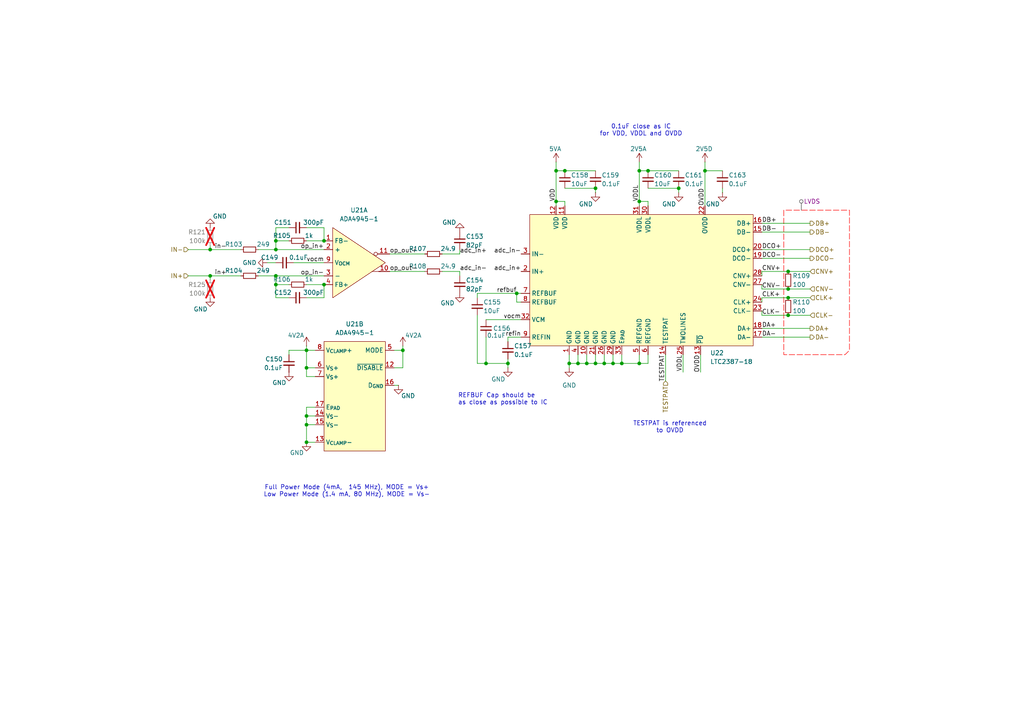
<source format=kicad_sch>
(kicad_sch (version 20250114) (generator "eeschema") (generator_version "9.0")
  (paper "A4")
  (title_block (title "4 channel ADC Module") (date "2025-04-18") (rev "0.1") (company "NOIRLab") (comment 1 "Design: Braulio Cancino Vera - braulio.cancino@noirlab.edu"))
  (lib_symbols
    (symbol "ADA4945-1_1"
      (property "Reference" "U?" (at 0.508 -9.652 0))
      (property "Value" "ADA4945-1" (at 0.254 -11.938 0))
      (symbol "ADA4945-1_1_1_1"
        (polyline (pts (xy -6.35 10.16) (xy -6.35 -10.16) (xy 8.89 0) (xy -6.35 10.16)) (fill (type background)))
        (circle (center 6.096 2.54) (radius 0.508))
        (polyline (pts (xy 7.62 -2.54) (xy 5.08 -2.54)))
        (pin output line (at -8.89 6.35 0) (length 2.54) (name "FB-") (number "1"))
        (pin input line (at -8.89 3.81 0) (length 2.54) (name "+") (number "2"))
        (pin input line (at -8.89 0 0) (length 2.54) (name "V_{OCM}") (number "9"))
        (pin input line (at -8.89 -3.81 0) (length 2.54) (name "-") (number "3"))
        (pin output line (at -8.89 -6.35 0) (length 2.54) (name "FB+") (number "4"))
        (pin output line (at 10.16 2.54 180) (length 3.4798) (name "") (number "11"))
        (pin output line (at 10.16 -2.54 180) (length 3.175) (name "") (number "10"))
      )
      (symbol "ADA4945-1_1_2_1"
        (rectangle (start -8.89 15.24) (end 8.89 -16.51) (fill (type background)))
        (pin power_in line (at -11.43 12.7 0) (length 2.54) (name "V_{CLAMP}+") (number "8"))
        (pin power_in line (at -11.43 7.62 0) (length 2.54) (name "V_{S}+") (number "6"))
        (pin power_in line (at -11.43 5.08 0) (length 2.54) (name "V_{S}+") (number "7"))
        (pin power_in line (at -11.43 -3.81 0) (length 2.54) (name "E_{PAD}") (number "17"))
        (pin power_in line (at -11.43 -6.35 0) (length 2.54) (name "V_{S}-") (number "14"))
        (pin power_in line (at -11.43 -8.89 0) (length 2.54) (name "V_{S}-") (number "15"))
        (pin power_in line (at -11.43 -13.97 0) (length 2.54) (name "V_{CLAMP}-") (number "13"))
        (pin input line (at 11.43 12.7 180) (length 2.54) (name "MODE") (number "5"))
        (pin input line (at 11.43 7.62 180) (length 2.54) (name "~{DISABLE}") (number "12"))
        (pin passive line (at 11.43 2.54 180) (length 2.54) (name "D_{GND}") (number "16"))
      )
    )
    (symbol "Device:C_Small" (pin_numbers (hide yes)) (pin_names (offset 0.254) (hide yes))
      (property "Reference" "C" (at 0.254 1.778 0))
      (property "Value" "C_Small" (at 0.254 -2.032 0))
      (symbol "C_Small_0_1"
        (polyline (pts (xy -1.524 0.508) (xy 1.524 0.508)) (stroke (width 0.3048)))
        (polyline (pts (xy -1.524 -0.508) (xy 1.524 -0.508)) (stroke (width 0.3302)))
      )
      (symbol "C_Small_1_1"
        (pin passive line (at 0 2.54 270) (length 2.032) (name "~") (number "1"))
        (pin passive line (at 0 -2.54 90) (length 2.032) (name "~") (number "2"))
      )
    )
    (symbol "Device:R_Small" (pin_numbers (hide yes)) (pin_names (offset 0.254) (hide yes))
      (property "Reference" "R" (at 0.762 0.508 0))
      (property "Value" "R_Small" (at 0.762 -1.016 0))
      (symbol "R_Small_0_1"
        (rectangle (start -0.762 1.778) (end 0.762 -1.778) (stroke (width 0.2032)))
      )
      (symbol "R_Small_1_1"
        (pin passive line (at 0 2.54 270) (length 0.762) (name "~") (number "1"))
        (pin passive line (at 0 -2.54 90) (length 0.762) (name "~") (number "2"))
      )
    )
    (symbol "lib:ADA4945-1"
      (property "Reference" "U?" (at 0.508 -9.652 0))
      (property "Value" "ADA4945-1" (at 0.254 -11.938 0))
      (symbol "ADA4945-1_1_1"
        (polyline (pts (xy -6.35 10.16) (xy -6.35 -10.16) (xy 8.89 0) (xy -6.35 10.16)) (fill (type background)))
        (circle (center 6.096 2.54) (radius 0.508))
        (polyline (pts (xy 7.62 -2.54) (xy 5.08 -2.54)))
        (pin output line (at -8.89 6.35 0) (length 2.54) (name "FB-") (number "1"))
        (pin input line (at -8.89 3.81 0) (length 2.54) (name "+") (number "2"))
        (pin input line (at -8.89 0 0) (length 2.54) (name "V_{OCM}") (number "9"))
        (pin input line (at -8.89 -3.81 0) (length 2.54) (name "-") (number "3"))
        (pin output line (at -8.89 -6.35 0) (length 2.54) (name "FB+") (number "4"))
        (pin output line (at 10.16 2.54 180) (length 3.4798) (name "") (number "11"))
        (pin output line (at 10.16 -2.54 180) (length 3.175) (name "") (number "10"))
      )
      (symbol "ADA4945-1_2_1"
        (rectangle (start -8.89 15.24) (end 8.89 -13.97) (fill (type background)))
        (pin power_in line (at -11.43 12.7 0) (length 2.54) (name "V_{CLAMP}+") (number "8"))
        (pin power_in line (at -11.43 7.62 0) (length 2.54) (name "V_{S}+") (number "6"))
        (pin power_in line (at -11.43 5.08 0) (length 2.54) (name "V_{S}+") (number "7"))
        (pin power_in line (at -11.43 -3.81 0) (length 2.54) (name "V_{S}-") (number "14"))
        (pin power_in line (at -11.43 -6.35 0) (length 2.54) (name "V_{S}-") (number "15"))
        (pin power_in line (at -11.43 -11.43 0) (length 2.54) (name "V_{CLAMP}-") (number "13"))
        (pin input line (at 11.43 12.7 180) (length 2.54) (name "MODE") (number "5"))
        (pin input line (at 11.43 7.62 180) (length 2.54) (name "~{DISABLE}") (number "12"))
        (pin passive line (at 11.43 2.54 180) (length 2.54) (name "D_{GND}") (number "16"))
      )
    )
    (symbol "lib:LTC2387-18"
      (property "Reference" "U?" (at -0.254 -32.258 0))
      (property "Value" "LTC2387-18" (at 0.508 -34.798 0))
      (symbol "LTC2387-18_1_1"
        (rectangle (start -31.75 19.05) (end 33.02 -19.05) (fill (type background)))
        (pin input line (at -34.29 7.62 0) (length 2.54) (name "IN-") (number "3"))
        (pin input line (at -34.29 2.54 0) (length 2.54) (name "IN+") (number "2"))
        (pin input line (at -34.29 -3.81 0) (length 2.54) (name "REFBUF") (number "7"))
        (pin input line (at -34.29 -6.35 0) (length 2.54) (name "REFBUF") (number "8"))
        (pin output line (at -34.29 -11.43 0) (length 2.54) (name "VCM") (number "32"))
        (pin input line (at -34.29 -16.51 0) (length 2.54) (name "REFIN") (number "9"))
        (pin power_in line (at -24.13 21.59 270) (length 2.54) (name "VDD") (number "12"))
        (pin power_in line (at -21.59 21.59 270) (length 2.54) (name "VDD") (number "11"))
        (pin passive line (at -20.32 -21.59 90) (length 2.54) (name "GND") (number "1"))
        (pin passive line (at -17.78 -21.59 90) (length 2.54) (name "GND") (number "4"))
        (pin passive line (at -15.24 -21.59 90) (length 2.54) (name "GND") (number "10"))
        (pin passive line (at -12.7 -21.59 90) (length 2.54) (name "GND") (number "21"))
        (pin passive line (at -10.16 -21.59 90) (length 2.54) (name "GND") (number "26"))
        (pin passive line (at -7.62 -21.59 90) (length 2.54) (name "GND") (number "29"))
        (pin passive line (at -5.08 -21.59 90) (length 2.54) (name "E_{PAD}") (number "33"))
        (pin power_in line (at 0 21.59 270) (length 2.54) (name "VDDL") (number "31"))
        (pin passive line (at 0 -21.59 90) (length 2.54) (name "REFGND") (number "5"))
        (pin power_in line (at 2.54 21.59 270) (length 2.54) (name "VDDL") (number "30"))
        (pin passive line (at 2.54 -21.59 90) (length 2.54) (name "REFGND") (number "6"))
        (pin input line (at 7.62 -21.59 90) (length 2.54) (name "TESTPAT") (number "14"))
        (pin input line (at 12.7 -21.59 90) (length 2.54) (name "TWOLINES") (number "25"))
        (pin input line (at 17.78 -21.59 90) (length 2.54) (name "~{PD}") (number "13"))
        (pin power_in line (at 19.05 21.59 270) (length 2.54) (name "OVDD") (number "22"))
        (pin output line (at 35.56 16.51 180) (length 2.54) (name "DB+") (number "16"))
        (pin output line (at 35.56 13.97 180) (length 2.54) (name "DB-") (number "15"))
        (pin output line (at 35.56 8.89 180) (length 2.54) (name "DCO+") (number "20"))
        (pin output line (at 35.56 6.35 180) (length 2.54) (name "DCO-") (number "19"))
        (pin output line (at 35.56 1.27 180) (length 2.54) (name "CNV+") (number "28"))
        (pin output line (at 35.56 -1.27 180) (length 2.54) (name "CNV-") (number "27"))
        (pin input line (at 35.56 -6.35 180) (length 2.54) (name "CLK+") (number "24"))
        (pin input line (at 35.56 -8.89 180) (length 2.54) (name "CLK-") (number "23"))
        (pin output line (at 35.56 -13.97 180) (length 2.54) (name "DA+") (number "18"))
        (pin output line (at 35.56 -16.51 180) (length 2.54) (name "DA-") (number "17"))
      )
    )
    (symbol "power:+12V" (power) (pin_numbers (hide yes)) (pin_names (offset 0) (hide yes))
      (property "Value" "+12V" (at 0 3.556 0))
      (symbol "+12V_0_1"
        (polyline (pts (xy -0.762 1.27) (xy 0 2.54)))
        (polyline (pts (xy 0 2.54) (xy 0.762 1.27)))
        (polyline (pts (xy 0 0) (xy 0 2.54)))
      )
      (symbol "+12V_1_1"
        (pin power_in line (at 0 0 90) (length 0) (name "~") (number "1"))
      )
    )
    (symbol "power:+4V" (power) (pin_numbers (hide yes)) (pin_names (offset 0) (hide yes))
      (property "Value" "+4V" (at 0 3.556 0))
      (symbol "+4V_0_1"
        (polyline (pts (xy -0.762 1.27) (xy 0 2.54)))
        (polyline (pts (xy 0 2.54) (xy 0.762 1.27)))
        (polyline (pts (xy 0 0) (xy 0 2.54)))
      )
      (symbol "+4V_1_1"
        (pin power_in line (at 0 0 90) (length 0) (name "~") (number "1"))
      )
    )
    (symbol "power:GND" (power) (pin_numbers (hide yes)) (pin_names (offset 0) (hide yes))
      (property "Value" "GND" (at 0 -3.81 0))
      (symbol "GND_0_1"
        (polyline (pts (xy 0 0) (xy 0 -1.27) (xy 1.27 -1.27) (xy 0 -2.54) (xy -1.27 -1.27) (xy 0 -1.27)))
      )
      (symbol "GND_1_1"
        (pin power_in line (at 0 0 270) (length 0) (name "~") (number "1"))
      )
    )
  )
  (text "Full Power Mode (4mA,  145 MHz), MODE = Vs+\nLow Power Mode (1.4 mA, 80 MHz), MODE = Vs-" (at 100.584 142.494 0) (effects (font (size 1.27 1.27))))
  (text "TESTPAT is referenced\nto OVDD" (at 194.31 123.952 0) (effects (font (size 1.27 1.27))))
  (text "0.1uF close as IC\nfor VDD, VDDL and OVDD" (at 185.928 37.846 0) (effects (font (size 1.27 1.27))))
  (text "REFBUF Cap should be\nas close as possible to IC" (at 132.842 115.824 0) (effects (font (size 1.27 1.27)) (justify left)))
  (junction (at 172.72 54.61))
  (junction (at 196.85 54.61))
  (junction (at 228.6 83.82))
  (junction (at 80.01 82.55))
  (junction (at 163.83 49.53))
  (junction (at 140.97 105.41))
  (junction (at 187.96 49.53))
  (junction (at 177.8 105.41))
  (junction (at 88.9 123.19))
  (junction (at 185.42 49.53))
  (junction (at 228.6 91.44))
  (junction (at 116.84 101.6))
  (junction (at 165.1 105.41))
  (junction (at 88.9 101.6))
  (junction (at 167.64 105.41))
  (junction (at 88.9 106.68))
  (junction (at 161.29 58.42))
  (junction (at 185.42 58.42))
  (junction (at 60.96 80.01))
  (junction (at 88.9 128.27))
  (junction (at 80.01 80.01))
  (junction (at 175.26 105.41))
  (junction (at 172.72 105.41))
  (junction (at 93.98 82.55))
  (junction (at 228.6 78.74))
  (junction (at 149.86 85.09))
  (junction (at 204.47 49.53))
  (junction (at 185.42 105.41))
  (junction (at 60.96 72.39))
  (junction (at 88.9 120.65))
  (junction (at 170.18 105.41))
  (junction (at 147.32 105.41))
  (junction (at 180.34 105.41))
  (junction (at 228.6 86.36))
  (junction (at 80.01 72.39))
  (junction (at 161.29 49.53))
  (junction (at 80.01 69.85))
  (junction (at 93.98 69.85))
  (wire (pts (xy 187.96 58.42) (xy 185.42 58.42)))
  (wire (pts (xy 175.26 102.87) (xy 175.26 105.41)))
  (wire (pts (xy 80.01 82.55) (xy 80.01 80.01)))
  (wire (pts (xy 74.93 80.01) (xy 80.01 80.01)))
  (wire (pts (xy 220.98 83.82) (xy 228.6 83.82)))
  (wire (pts (xy 220.98 78.74) (xy 220.98 80.01)))
  (wire (pts (xy 88.9 128.27) (xy 91.44 128.27)))
  (wire (pts (xy 140.97 92.71) (xy 151.13 92.71)))
  (wire (pts (xy 93.98 66.04) (xy 93.98 69.85)))
  (wire (pts (xy 185.42 46.99) (xy 185.42 49.53)))
  (wire (pts (xy 88.9 101.6) (xy 91.44 101.6)))
  (wire (pts (xy 60.96 80.01) (xy 69.85 80.01)))
  (wire (pts (xy 163.83 54.61) (xy 172.72 54.61)))
  (wire (pts (xy 140.97 97.79) (xy 140.97 105.41)))
  (wire (pts (xy 88.9 123.19) (xy 91.44 123.19)))
  (wire (pts (xy 151.13 97.79) (xy 147.32 97.79)))
  (wire (pts (xy 170.18 102.87) (xy 170.18 105.41)))
  (wire (pts (xy 161.29 49.53) (xy 161.29 58.42)))
  (wire (pts (xy 83.82 86.36) (xy 80.01 86.36)))
  (wire (pts (xy 161.29 46.99) (xy 161.29 49.53)))
  (wire (pts (xy 220.98 95.25) (xy 234.95 95.25)))
  (wire (pts (xy 185.42 49.53) (xy 185.42 58.42)))
  (wire (pts (xy 220.98 74.93) (xy 234.95 74.93)))
  (wire (pts (xy 172.72 54.61) (xy 172.72 55.88)))
  (wire (pts (xy 149.86 85.09) (xy 149.86 87.63)))
  (wire (pts (xy 114.3 101.6) (xy 116.84 101.6)))
  (wire (pts (xy 54.61 72.39) (xy 60.96 72.39)))
  (wire (pts (xy 133.35 78.74) (xy 133.35 80.01)))
  (wire (pts (xy 54.61 80.01) (xy 60.96 80.01)))
  (wire (pts (xy 220.98 97.79) (xy 234.95 97.79)))
  (wire (pts (xy 193.04 102.87) (xy 193.04 110.49)))
  (wire (pts (xy 83.82 101.6) (xy 83.82 102.87)))
  (wire (pts (xy 165.1 105.41) (xy 167.64 105.41)))
  (wire (pts (xy 93.98 86.36) (xy 93.98 82.55)))
  (wire (pts (xy 228.6 86.36) (xy 234.95 86.36)))
  (wire (pts (xy 167.64 105.41) (xy 170.18 105.41)))
  (wire (pts (xy 228.6 83.82) (xy 234.95 83.82)))
  (wire (pts (xy 133.35 72.39) (xy 133.35 73.66)))
  (wire (pts (xy 204.47 49.53) (xy 204.47 59.69)))
  (wire (pts (xy 91.44 118.11) (xy 88.9 118.11)))
  (wire (pts (xy 175.26 105.41) (xy 177.8 105.41)))
  (wire (pts (xy 116.84 100.33) (xy 116.84 101.6)))
  (wire (pts (xy 163.83 59.69) (xy 163.83 58.42)))
  (wire (pts (xy 60.96 80.01) (xy 60.96 81.28)))
  (wire (pts (xy 180.34 102.87) (xy 180.34 105.41)))
  (wire (pts (xy 198.12 102.87) (xy 198.12 107.95)))
  (wire (pts (xy 228.6 91.44) (xy 220.98 91.44)))
  (wire (pts (xy 165.1 105.41) (xy 165.1 102.87)))
  (wire (pts (xy 163.83 49.53) (xy 172.72 49.53)))
  (wire (pts (xy 185.42 49.53) (xy 187.96 49.53)))
  (wire (pts (xy 147.32 97.79) (xy 147.32 99.06)))
  (wire (pts (xy 85.09 76.2) (xy 93.98 76.2)))
  (wire (pts (xy 88.9 109.22) (xy 88.9 106.68)))
  (wire (pts (xy 187.96 49.53) (xy 196.85 49.53)))
  (wire (pts (xy 204.47 46.99) (xy 204.47 49.53)))
  (wire (pts (xy 88.9 101.6) (xy 88.9 106.68)))
  (wire (pts (xy 80.01 69.85) (xy 80.01 72.39)))
  (wire (pts (xy 88.9 69.85) (xy 93.98 69.85)))
  (wire (pts (xy 91.44 109.22) (xy 88.9 109.22)))
  (wire (pts (xy 77.47 76.2) (xy 80.01 76.2)))
  (wire (pts (xy 180.34 105.41) (xy 185.42 105.41)))
  (wire (pts (xy 83.82 82.55) (xy 80.01 82.55)))
  (wire (pts (xy 187.96 59.69) (xy 187.96 58.42)))
  (wire (pts (xy 138.43 85.09) (xy 149.86 85.09)))
  (wire (pts (xy 203.2 102.87) (xy 203.2 107.95)))
  (wire (pts (xy 60.96 72.39) (xy 69.85 72.39)))
  (wire (pts (xy 172.72 102.87) (xy 172.72 105.41)))
  (wire (pts (xy 185.42 105.41) (xy 187.96 105.41)))
  (wire (pts (xy 220.98 86.36) (xy 228.6 86.36)))
  (wire (pts (xy 161.29 49.53) (xy 163.83 49.53)))
  (wire (pts (xy 114.3 111.76) (xy 115.57 111.76)))
  (wire (pts (xy 83.82 66.04) (xy 80.01 66.04)))
  (wire (pts (xy 185.42 102.87) (xy 185.42 105.41)))
  (wire (pts (xy 167.64 102.87) (xy 167.64 105.41)))
  (wire (pts (xy 74.93 72.39) (xy 80.01 72.39)))
  (wire (pts (xy 185.42 58.42) (xy 185.42 59.69)))
  (wire (pts (xy 138.43 85.09) (xy 138.43 86.36)))
  (wire (pts (xy 220.98 86.36) (xy 220.98 87.63)))
  (wire (pts (xy 187.96 54.61) (xy 196.85 54.61)))
  (wire (pts (xy 80.01 86.36) (xy 80.01 82.55)))
  (wire (pts (xy 170.18 105.41) (xy 172.72 105.41)))
  (wire (pts (xy 220.98 78.74) (xy 228.6 78.74)))
  (wire (pts (xy 113.03 73.66) (xy 123.19 73.66)))
  (wire (pts (xy 114.3 106.68) (xy 116.84 106.68)))
  (wire (pts (xy 80.01 66.04) (xy 80.01 69.85)))
  (wire (pts (xy 88.9 101.6) (xy 88.9 100.33)))
  (wire (pts (xy 220.98 82.55) (xy 220.98 83.82)))
  (wire (pts (xy 147.32 106.68) (xy 147.32 105.41)))
  (wire (pts (xy 140.97 105.41) (xy 147.32 105.41)))
  (wire (pts (xy 177.8 102.87) (xy 177.8 105.41)))
  (wire (pts (xy 138.43 91.44) (xy 138.43 105.41)))
  (wire (pts (xy 133.35 73.66) (xy 128.27 73.66)))
  (wire (pts (xy 220.98 67.31) (xy 234.95 67.31)))
  (wire (pts (xy 116.84 106.68) (xy 116.84 101.6)))
  (wire (pts (xy 60.96 71.12) (xy 60.96 72.39)))
  (wire (pts (xy 165.1 106.68) (xy 165.1 105.41)))
  (wire (pts (xy 128.27 78.74) (xy 133.35 78.74)))
  (wire (pts (xy 138.43 105.41) (xy 140.97 105.41)))
  (wire (pts (xy 228.6 78.74) (xy 234.95 78.74)))
  (wire (pts (xy 196.85 54.61) (xy 196.85 55.88)))
  (wire (pts (xy 88.9 106.68) (xy 91.44 106.68)))
  (wire (pts (xy 204.47 49.53) (xy 209.55 49.53)))
  (wire (pts (xy 88.9 86.36) (xy 93.98 86.36)))
  (wire (pts (xy 88.9 118.11) (xy 88.9 120.65)))
  (wire (pts (xy 80.01 72.39) (xy 93.98 72.39)))
  (wire (pts (xy 147.32 104.14) (xy 147.32 105.41)))
  (wire (pts (xy 220.98 91.44) (xy 220.98 90.17)))
  (wire (pts (xy 88.9 120.65) (xy 88.9 123.19)))
  (wire (pts (xy 88.9 82.55) (xy 93.98 82.55)))
  (wire (pts (xy 187.96 102.87) (xy 187.96 105.41)))
  (wire (pts (xy 83.82 69.85) (xy 80.01 69.85)))
  (wire (pts (xy 88.9 120.65) (xy 91.44 120.65)))
  (wire (pts (xy 88.9 123.19) (xy 88.9 128.27)))
  (wire (pts (xy 172.72 105.41) (xy 175.26 105.41)))
  (wire (pts (xy 83.82 101.6) (xy 88.9 101.6)))
  (wire (pts (xy 163.83 58.42) (xy 161.29 58.42)))
  (wire (pts (xy 113.03 78.74) (xy 123.19 78.74)))
  (wire (pts (xy 151.13 87.63) (xy 149.86 87.63)))
  (wire (pts (xy 88.9 66.04) (xy 93.98 66.04)))
  (wire (pts (xy 220.98 64.77) (xy 234.95 64.77)))
  (wire (pts (xy 220.98 72.39) (xy 234.95 72.39)))
  (wire (pts (xy 149.86 85.09) (xy 151.13 85.09)))
  (wire (pts (xy 177.8 105.41) (xy 180.34 105.41)))
  (wire (pts (xy 80.01 80.01) (xy 93.98 80.01)))
  (wire (pts (xy 228.6 91.44) (xy 234.95 91.44)))
  (wire (pts (xy 209.55 55.88) (xy 209.55 54.61)))
  (wire (pts (xy 161.29 58.42) (xy 161.29 59.69)))
  (label "vocm" (at 151.13 92.71 180))
  (label "DA+" (at 220.98 95.25 0))
  (label "adc_in+" (at 133.35 73.66 0))
  (label "DB-" (at 220.98 67.31 0))
  (label "op_out-" (at 113.03 78.74 0))
  (label "adc_in-" (at 133.35 78.74 0))
  (label "in-" (at 62.23 72.39 0))
  (label "TESTPAT" (at 193.04 102.87 270))
  (label "op_in+" (at 93.98 72.39 180))
  (label "CNV+" (at 220.98 78.74 0))
  (label "op_in-" (at 93.98 80.01 180))
  (label "OVDD" (at 204.47 59.69 90))
  (label "CNV-" (at 220.98 83.82 0))
  (label "CLK-" (at 220.98 91.44 0))
  (label "op_out+" (at 113.03 73.66 0))
  (label "refbuf" (at 149.86 85.09 180))
  (label "OVDD" (at 203.2 102.87 270))
  (label "DA-" (at 220.98 97.79 0))
  (label "VDDL" (at 185.42 58.42 90))
  (label "DCO+" (at 220.98 72.39 0))
  (label "DB+" (at 220.98 64.77 0))
  (label "CLK+" (at 220.98 86.36 0))
  (label "adc_in-" (at 151.13 73.66 180))
  (label "in+" (at 62.23 80.01 0))
  (label "DCO-" (at 220.98 74.93 0))
  (label "VDDL" (at 198.12 102.87 270))
  (label "adc_in+" (at 151.13 78.74 180))
  (label "refin" (at 151.13 97.79 180))
  (label "VDD" (at 161.29 58.42 90))
  (label "vocm" (at 93.98 76.2 180))
  (hierarchical_label "IN+" (shape input) (at 54.61 80.01 180))
  (hierarchical_label "DCO+" (shape output) (at 234.95 72.39 0))
  (hierarchical_label "DA+" (shape output) (at 234.95 95.25 0))
  (hierarchical_label "TESTPAT" (shape input) (at 193.04 110.49 270))
  (hierarchical_label "CLK+" (shape input) (at 234.95 86.36 0))
  (hierarchical_label "IN-" (shape input) (at 54.61 72.39 180))
  (hierarchical_label "DCO-" (shape output) (at 234.95 74.93 0))
  (hierarchical_label "DA-" (shape output) (at 234.95 97.79 0))
  (hierarchical_label "CNV-" (shape input) (at 234.95 83.82 0))
  (hierarchical_label "DB+" (shape output) (at 234.95 64.77 0))
  (hierarchical_label "DB-" (shape output) (at 234.95 67.31 0))
  (hierarchical_label "CLK-" (shape input) (at 234.95 91.44 0))
  (hierarchical_label "CNV+" (shape input) (at 234.95 78.74 0))
  (rule_area (polyline (pts (xy 227.33 60.96) (xy 227.33 102.87) (xy 245.11 102.87) (xy 246.38 101.6) (xy 246.38 60.96)) (stroke (width 0) (type dash))))
  (netclass_flag "" (length 2.54) (shape round) (at 232.41 60.96 0) (property "Netclass" "LVDS" (at 233.1085 58.42 0) (effects (justify left))))
  (symbol (lib_id "Device:R_Small") (at 72.39 72.39 90) (unit 1)
    (property "Reference" "R1" (at 70.358 70.866 90) (effects (justify left)))
    (property "Value" "249" (at 74.422 70.866 90) (effects (justify right)))
    (property "Footprint" "Resistor_SMD:R_0603_1608Metric" (effects (hide yes)))
    (property "Description" "249 Ohms ±0.1% 0.2W, 1/5W Chip Resistor 0603 (1608 Metric) Automotive AEC-Q200 Thick Film" (effects (hide yes)))
    (property "M" "PANASONIC" (effects (hide yes)))
    (property "MPN" "ERJ-PB3B2490V" (effects (hide yes)))
    (instances (project "adc_board_prot" (path "" (reference "R103") (unit 1)) (path "" (reference "R95") (unit 1)) (path "" (reference "R87") (unit 1)) (path "" (reference "R1") (unit 1))))
  )
  (symbol (lib_id "Device:C_Small") (at 196.85 52.07 0) (unit 1)
    (property "Reference" "C13" (at 198.628 50.8 0) (effects (justify left)))
    (property "Value" "0.1uF" (at 198.628 53.34 0) (effects (justify left)))
    (property "Footprint" "Capacitor_SMD:C_0402_1005Metric" (effects (hide yes)))
    (property "Description" "0.1 µF ±10% 50V Ceramic Capacitor X7R 0402 (1005 Metric)" (effects (hide yes)))
    (property "M" "MURATA" (effects (hide yes)))
    (property "MPN" "GCM155R71H104KE02J" (effects (hide yes)))
    (instances (project "adc_board_prot" (path "" (reference "C161") (unit 1)) (path "" (reference "C146") (unit 1)) (path "" (reference "C131") (unit 1)) (path "" (reference "C13") (unit 1))))
  )
  (symbol (lib_id "Device:C_Small") (at 86.36 66.04 90) (unit 1)
    (property "Reference" "C3" (at 84.582 64.516 90) (effects (justify left)))
    (property "Value" "300pF" (at 87.884 64.516 90) (effects (justify right)))
    (property "Footprint" "Capacitor_SMD:C_0603_1608Metric" (effects (hide yes)))
    (property "Description" "300 pF ±1% 100V Ceramic Capacitor C0G, NP0 0603 (1608 Metric)" (effects (hide yes)))
    (property "M" "MURATA" (effects (hide yes)))
    (property "MPN" "GCM1885C2A301FA16J" (effects (hide yes)))
    (instances (project "adc_board_prot" (path "" (reference "C151") (unit 1)) (path "" (reference "C136") (unit 1)) (path "" (reference "C121") (unit 1)) (path "" (reference "C3") (unit 1))))
  )
  (symbol (lib_id "Device:R_Small") (at 228.6 81.28 0) (unit 1)
    (property "Reference" "R7" (at 229.87 80.01 0) (effects (justify left)))
    (property "Value" "100" (at 229.87 82.55 0) (effects (justify left)))
    (property "Footprint" "Resistor_SMD:R_0402_1005Metric" (effects (hide yes)))
    (property "Description" "100 Ohms ±1% 0.2W, 1/5W Chip Resistor 0402 (1005 Metric) Automotive AEC-Q200, Pulse Withstanding Thick Film" (effects (hide yes)))
    (property "M" "VISHAY" (effects (hide yes)))
    (property "MPN" "CRCW0402100RFKEDHP" (effects (hide yes)))
    (instances (project "adc_board_prot" (path "" (reference "R109") (unit 1)) (path "" (reference "R101") (unit 1)) (path "" (reference "R93") (unit 1)) (path "" (reference "R7") (unit 1))))
  )
  (symbol (lib_id "power:GND") (at 133.35 85.09 0) (mirror y) (unit 1)
    (property "Reference" "#PWR08" (effects (hide yes)))
    (property "Value" "GND" (at 129.794 87.884 0))
    (property "Description" "Power symbol creates a global label with name \"GND\" , ground" (effects (hide yes)))
    (instances (project "adc_board_prot" (path "" (reference "#PWR0223") (unit 1)) (path "" (reference "#PWR0207") (unit 1)) (path "" (reference "#PWR0191") (unit 1)) (path "" (reference "#PWR08") (unit 1))))
  )
  (symbol (lib_id "power:GND") (at 60.96 66.04 180) (unit 1)
    (property "Reference" "#PWR0245" (effects (hide yes)))
    (property "Value" "GND" (at 63.754 62.738 0))
    (property "Description" "Power symbol creates a global label with name \"GND\" , ground" (effects (hide yes)))
    (instances (project "adc_board_prot" (path "" (reference "#PWR0248") (unit 1)) (path "" (reference "#PWR0247") (unit 1)) (path "" (reference "#PWR0246") (unit 1)) (path "" (reference "#PWR0245") (unit 1))))
  )
  (symbol (lib_id "power:+4V") (at 88.9 100.33 0) (mirror y) (unit 1)
    (property "Reference" "#PWR03" (effects (hide yes)))
    (property "Value" "4V2A" (at 85.852 97.282 0))
    (property "Description" "Power symbol creates a global label with name \"+4V\"" (effects (hide yes)))
    (instances (project "adc_board_prot" (path "" (reference "#PWR0218") (unit 1)) (path "" (reference "#PWR0202") (unit 1)) (path "" (reference "#PWR0186") (unit 1)) (path "" (reference "#PWR03") (unit 1))))
  )
  (symbol (lib_id "power:+12V") (at 204.47 46.99 0) (unit 1)
    (property "Reference" "#PWR015" (effects (hide yes)))
    (property "Value" "2V5D" (at 204.216 43.18 0))
    (property "Description" "Power symbol creates a global label with name \"+12V\"" (effects (hide yes)))
    (instances (project "adc_board_prot" (path "" (reference "#PWR0230") (unit 1)) (path "" (reference "#PWR0214") (unit 1)) (path "" (reference "#PWR0198") (unit 1)) (path "" (reference "#PWR015") (unit 1))))
  )
  (symbol (lib_id "power:+4V") (at 116.84 100.33 0) (unit 1)
    (property "Reference" "#PWR06" (effects (hide yes)))
    (property "Value" "4V2A" (at 119.888 97.282 0))
    (property "Description" "Power symbol creates a global label with name \"+4V\"" (effects (hide yes)))
    (instances (project "adc_board_prot" (path "" (reference "#PWR0221") (unit 1)) (path "" (reference "#PWR0205") (unit 1)) (path "" (reference "#PWR0189") (unit 1)) (path "" (reference "#PWR06") (unit 1))))
  )
  (symbol (lib_id "Device:R_Small") (at 86.36 82.55 90) (unit 1)
    (property "Reference" "R4" (at 84.328 81.026 90) (effects (justify left)))
    (property "Value" "1k" (at 88.392 81.026 90) (effects (justify right)))
    (property "Footprint" "Resistor_SMD:R_0603_1608Metric" (effects (hide yes)))
    (property "Description" "1 kOhms ±0.1% 0.1W, 1/10W Chip Resistor 0603 (1608 Metric) Automotive AEC-Q200 Thin Film" (effects (hide yes)))
    (property "M" "PANASONIC" (effects (hide yes)))
    (property "MPN" "ERA-3AEB102V" (effects (hide yes)))
    (instances (project "adc_board_prot" (path "" (reference "R106") (unit 1)) (path "" (reference "R98") (unit 1)) (path "" (reference "R90") (unit 1)) (path "" (reference "R4") (unit 1))))
  )
  (symbol (lib_id "Device:R_Small") (at 125.73 78.74 90) (unit 1)
    (property "Reference" "R6" (at 123.698 77.216 90) (effects (justify left)))
    (property "Value" "24.9" (at 127.762 77.216 90) (effects (justify right)))
    (property "Footprint" "Resistor_SMD:R_0603_1608Metric" (effects (hide yes)))
    (property "Description" "24.9 Ohms ±1% 0.1W, 1/10W Chip Resistor 0603 (1608 Metric) Automotive AEC-Q200 Thick Film" (effects (hide yes)))
    (property "M" "VISHAY" (effects (hide yes)))
    (property "MPN" "CRCW060324R9FKEA" (effects (hide yes)))
    (instances (project "adc_board_prot" (path "" (reference "R108") (unit 1)) (path "" (reference "R100") (unit 1)) (path "" (reference "R92") (unit 1)) (path "" (reference "R6") (unit 1))))
  )
  (symbol (lib_id "power:GND") (at 133.35 67.31 0) (mirror x) (unit 1)
    (property "Reference" "#PWR07" (effects (hide yes)))
    (property "Value" "GND" (at 130.302 64.516 0))
    (property "Description" "Power symbol creates a global label with name \"GND\" , ground" (effects (hide yes)))
    (instances (project "adc_board_prot" (path "" (reference "#PWR0222") (unit 1)) (path "" (reference "#PWR0206") (unit 1)) (path "" (reference "#PWR0190") (unit 1)) (path "" (reference "#PWR07") (unit 1))))
  )
  (symbol (lib_id "power:GND") (at 83.82 107.95 0) (unit 1)
    (property "Reference" "#PWR02" (effects (hide yes)))
    (property "Value" "GND" (at 81.026 110.998 0))
    (property "Description" "Power symbol creates a global label with name \"GND\" , ground" (effects (hide yes)))
    (instances (project "adc_board_prot" (path "" (reference "#PWR0217") (unit 1)) (path "" (reference "#PWR0201") (unit 1)) (path "" (reference "#PWR0185") (unit 1)) (path "" (reference "#PWR02") (unit 1))))
  )
  (symbol (lib_id "Device:C_Small") (at 140.97 95.25 0) (unit 1)
    (property "Reference" "C8" (at 143.002 95.25 0) (effects (justify left)))
    (property "Value" "0.1uF" (at 141.224 97.282 0) (effects (justify left)))
    (property "Footprint" "Capacitor_SMD:C_0402_1005Metric" (effects (hide yes)))
    (property "Description" "0.1 µF ±10% 50V Ceramic Capacitor X7R 0402 (1005 Metric)" (effects (hide yes)))
    (property "M" "MURATA" (effects (hide yes)))
    (property "MPN" "GCM155R71H104KE02J" (effects (hide yes)))
    (instances (project "adc_board_prot" (path "" (reference "C156") (unit 1)) (path "" (reference "C141") (unit 1)) (path "" (reference "C126") (unit 1)) (path "" (reference "C8") (unit 1))))
  )
  (symbol (lib_id "Device:C_Small") (at 86.36 86.36 90) (unit 1)
    (property "Reference" "C4" (at 84.582 84.836 90) (effects (justify left)))
    (property "Value" "300pF" (at 87.884 84.836 90) (effects (justify right)))
    (property "Footprint" "Capacitor_SMD:C_0603_1608Metric" (effects (hide yes)))
    (property "Description" "300 pF ±1% 100V Ceramic Capacitor C0G, NP0 0603 (1608 Metric)" (effects (hide yes)))
    (property "M" "MURATA" (effects (hide yes)))
    (property "MPN" "GCM1885C2A301FA16J" (effects (hide yes)))
    (instances (project "adc_board_prot" (path "" (reference "C152") (unit 1)) (path "" (reference "C137") (unit 1)) (path "" (reference "C122") (unit 1)) (path "" (reference "C4") (unit 1))))
  )
  (symbol (lib_id "Device:R_Small") (at 228.6 88.9 0) (unit 1)
    (property "Reference" "R8" (at 229.87 87.63 0) (effects (justify left)))
    (property "Value" "100" (at 229.87 90.17 0) (effects (justify left)))
    (property "Footprint" "Resistor_SMD:R_0402_1005Metric" (effects (hide yes)))
    (property "Description" "100 Ohms ±1% 0.2W, 1/5W Chip Resistor 0402 (1005 Metric) Automotive AEC-Q200, Pulse Withstanding Thick Film" (effects (hide yes)))
    (property "M" "VISHAY" (effects (hide yes)))
    (property "MPN" "CRCW0402100RFKEDHP" (effects (hide yes)))
    (instances (project "adc_board_prot" (path "" (reference "R110") (unit 1)) (path "" (reference "R102") (unit 1)) (path "" (reference "R94") (unit 1)) (path "" (reference "R8") (unit 1))))
  )
  (symbol (lib_id "lib:LTC2387-18") (at 185.42 81.28 0) (unit 1)
    (property "Reference" "U2" (at 205.994 102.362 0) (effects (justify left)))
    (property "Value" "LTC2387-18" (at 205.994 104.902 0) (effects (justify left)))
    (property "Footprint" "lib:LTC2387-18" (effects (hide yes)))
    (property "Description" "18 Bit Analog to Digital Converter 1 Input 1 SAR 32-QFN (5x5)" (effects (hide yes)))
    (property "M" "ANALOG" (effects (hide yes)))
    (property "MPN" "LTC2387IUH-18#TRPBF" (effects (hide yes)))
    (instances (project "adc_board_prot" (path "" (reference "U22") (unit 1)) (path "" (reference "U20") (unit 1)) (path "" (reference "U18") (unit 1)) (path "" (reference "U2") (unit 1))))
  )
  (symbol (lib_id "power:GND") (at 115.57 111.76 0) (mirror y) (unit 1)
    (property "Reference" "#PWR05" (effects (hide yes)))
    (property "Value" "GND" (at 118.364 114.808 0))
    (property "Description" "Power symbol creates a global label with name \"GND\" , ground" (effects (hide yes)))
    (instances (project "adc_board_prot" (path "" (reference "#PWR0220") (unit 1)) (path "" (reference "#PWR0204") (unit 1)) (path "" (reference "#PWR0188") (unit 1)) (path "" (reference "#PWR05") (unit 1))))
  )
  (symbol (lib_id "Device:C_Small") (at 187.96 52.07 0) (unit 1)
    (property "Reference" "C12" (at 189.738 50.8 0) (effects (justify left)))
    (property "Value" "10uF" (at 189.738 53.34 0) (effects (justify left)))
    (property "Footprint" "Capacitor_SMD:C_1206_3216Metric" (effects (hide yes)))
    (property "Description" "10 µF ±10% 35V Ceramic Capacitor X7R 1206 (3216 Metric)" (effects (hide yes)))
    (property "M" "TAIYO" (effects (hide yes)))
    (property "MPN" "GMK316AB7106KL-TR" (effects (hide yes)))
    (instances (project "adc_board_prot" (path "" (reference "C160") (unit 1)) (path "" (reference "C145") (unit 1)) (path "" (reference "C130") (unit 1)) (path "" (reference "C12") (unit 1))))
  )
  (symbol (lib_id "Device:R_Small") (at 60.96 68.58 0) (mirror y) (unit 1) (in_bom no) (dnp yes)
    (property "Reference" "R118" (at 59.69 67.31 0) (effects (justify left)))
    (property "Value" "100k" (at 59.69 69.85 0) (effects (justify left)))
    (property "Footprint" "Resistor_SMD:R_0603_1608Metric" (effects (hide yes)))
    (property "Description" "100 kOhms ±1% 0.1W, 1/10W Chip Resistor 0603 (1608 Metric) Automotive AEC-Q200 Thick Film" (effects (hide yes)))
    (property "M" "VISHAY" (effects (hide yes)))
    (property "MPN" "CRCW0603100KFKEA" (effects (hide yes)))
    (instances (project "adc_board_prot" (path "" (reference "R121") (unit 1)) (path "" (reference "R120") (unit 1)) (path "" (reference "R119") (unit 1)) (path "" (reference "R118") (unit 1))))
  )
  (symbol (lib_id "Device:C_Small") (at 83.82 105.41 0) (mirror y) (unit 1)
    (property "Reference" "C2" (at 82.042 104.14 0) (effects (justify left)))
    (property "Value" "0.1uF" (at 82.042 106.68 0) (effects (justify left)))
    (property "Footprint" "Capacitor_SMD:C_0402_1005Metric" (effects (hide yes)))
    (property "Description" "0.1 µF ±10% 50V Ceramic Capacitor X7R 0402 (1005 Metric)" (effects (hide yes)))
    (property "M" "MURATA" (effects (hide yes)))
    (property "MPN" "GCM155R71H104KE02J" (effects (hide yes)))
    (instances (project "adc_board_prot" (path "" (reference "C150") (unit 1)) (path "" (reference "C135") (unit 1)) (path "" (reference "C120") (unit 1)) (path "" (reference "C2") (unit 1))))
  )
  (symbol (lib_id "Device:C_Small") (at 147.32 101.6 0) (unit 1)
    (property "Reference" "C9" (at 149.098 100.33 0) (effects (justify left)))
    (property "Value" "0.1uF" (at 149.098 102.87 0) (effects (justify left)))
    (property "Footprint" "Capacitor_SMD:C_0402_1005Metric" (effects (hide yes)))
    (property "Description" "0.1 µF ±10% 50V Ceramic Capacitor X7R 0402 (1005 Metric)" (effects (hide yes)))
    (property "M" "MURATA" (effects (hide yes)))
    (property "MPN" "GCM155R71H104KE02J" (effects (hide yes)))
    (instances (project "adc_board_prot" (path "" (reference "C157") (unit 1)) (path "" (reference "C142") (unit 1)) (path "" (reference "C127") (unit 1)) (path "" (reference "C9") (unit 1))))
  )
  (symbol (lib_id "Device:C_Small") (at 138.43 88.9 0) (unit 1)
    (property "Reference" "C7" (at 140.208 87.63 0) (effects (justify left)))
    (property "Value" "10uF" (at 140.208 90.17 0) (effects (justify left)))
    (property "Footprint" "Capacitor_SMD:C_0805_2012Metric" (effects (hide yes)))
    (property "Description" "10 µF ±10% 16V Ceramic Capacitor X7R 0805 (2012 Metric)" (effects (hide yes)))
    (property "M" "MURATA" (effects (hide yes)))
    (property "MPN" "GRM21BZ71C106KE15L" (effects (hide yes)))
    (instances (project "adc_board_prot" (path "" (reference "C155") (unit 1)) (path "" (reference "C140") (unit 1)) (path "" (reference "C125") (unit 1)) (path "" (reference "C7") (unit 1))))
  )
  (symbol (lib_id "power:GND") (at 147.32 106.68 0) (unit 1)
    (property "Reference" "#PWR09" (effects (hide yes)))
    (property "Value" "GND" (at 144.526 109.982 0))
    (property "Description" "Power symbol creates a global label with name \"GND\" , ground" (effects (hide yes)))
    (instances (project "adc_board_prot" (path "" (reference "#PWR0224") (unit 1)) (path "" (reference "#PWR0208") (unit 1)) (path "" (reference "#PWR0192") (unit 1)) (path "" (reference "#PWR09") (unit 1))))
  )
  (symbol (lib_name "ADA4945-1_1") (lib_id "lib:ADA4945-1") (at 102.87 114.3 0) (unit 2)
    (property "Reference" "U1" (at 102.87 93.98 0))
    (property "Value" "ADA4945-1" (at 102.87 96.52 0))
    (property "Footprint" "lib:ADA4945-1ACPZ-R2_ADI" (effects (hide yes)))
    (property "Description" "ADC Driver IC Data Acquisition 16-LFCSP (3x3)" (effects (hide yes)))
    (property "M" "ANALOG" (effects (hide yes)))
    (property "MPN" "ADA4945-1ACPZ-RL" (effects (hide yes)))
    (instances (project "adc_board_prot" (path "" (reference "U21") (unit 2)) (path "" (reference "U19") (unit 2)) (path "" (reference "U17") (unit 2)) (path "" (reference "U1") (unit 2))))
  )
  (symbol (lib_id "Device:C_Small") (at 133.35 82.55 0) (unit 1)
    (property "Reference" "C6" (at 135.128 81.28 0) (effects (justify left)))
    (property "Value" "82pF" (at 135.128 83.82 0) (effects (justify left)))
    (property "Footprint" "Capacitor_SMD:C_0402_1005Metric" (effects (hide yes)))
    (property "Description" "82 pF ±5% 25V Ceramic Capacitor C0G, NP0 0402 (1005 Metric)" (effects (hide yes)))
    (property "M" "KEMET" (effects (hide yes)))
    (property "MPN" "C0402C820J3GACAUTO" (effects (hide yes)))
    (instances (project "adc_board_prot" (path "" (reference "C154") (unit 1)) (path "" (reference "C139") (unit 1)) (path "" (reference "C124") (unit 1)) (path "" (reference "C6") (unit 1))))
  )
  (symbol (lib_id "Device:R_Small") (at 125.73 73.66 90) (unit 1)
    (property "Reference" "R5" (at 123.698 72.136 90) (effects (justify left)))
    (property "Value" "24.9" (at 127.762 72.136 90) (effects (justify right)))
    (property "Footprint" "Resistor_SMD:R_0603_1608Metric" (effects (hide yes)))
    (property "Description" "24.9 Ohms ±1% 0.1W, 1/10W Chip Resistor 0603 (1608 Metric) Automotive AEC-Q200 Thick Film" (effects (hide yes)))
    (property "M" "VISHAY" (effects (hide yes)))
    (property "MPN" "CRCW060324R9FKEA" (effects (hide yes)))
    (instances (project "adc_board_prot" (path "" (reference "R107") (unit 1)) (path "" (reference "R99") (unit 1)) (path "" (reference "R91") (unit 1)) (path "" (reference "R5") (unit 1))))
  )
  (symbol (lib_id "Device:C_Small") (at 172.72 52.07 0) (unit 1)
    (property "Reference" "C11" (at 174.498 50.8 0) (effects (justify left)))
    (property "Value" "0.1uF" (at 174.498 53.34 0) (effects (justify left)))
    (property "Footprint" "Capacitor_SMD:C_0402_1005Metric" (effects (hide yes)))
    (property "Description" "0.1 µF ±10% 50V Ceramic Capacitor X7R 0402 (1005 Metric)" (effects (hide yes)))
    (property "M" "MURATA" (effects (hide yes)))
    (property "MPN" "GCM155R71H104KE02J" (effects (hide yes)))
    (instances (project "adc_board_prot" (path "" (reference "C159") (unit 1)) (path "" (reference "C144") (unit 1)) (path "" (reference "C129") (unit 1)) (path "" (reference "C11") (unit 1))))
  )
  (symbol (lib_id "power:GND") (at 196.85 55.88 0) (unit 1)
    (property "Reference" "#PWR014" (effects (hide yes)))
    (property "Value" "GND" (at 194.056 59.182 0))
    (property "Description" "Power symbol creates a global label with name \"GND\" , ground" (effects (hide yes)))
    (instances (project "adc_board_prot" (path "" (reference "#PWR0229") (unit 1)) (path "" (reference "#PWR0213") (unit 1)) (path "" (reference "#PWR0197") (unit 1)) (path "" (reference "#PWR014") (unit 1))))
  )
  (symbol (lib_id "power:+12V") (at 185.42 46.99 0) (unit 1)
    (property "Reference" "#PWR013" (effects (hide yes)))
    (property "Value" "2V5A" (at 185.166 43.18 0))
    (property "Description" "Power symbol creates a global label with name \"+12V\"" (effects (hide yes)))
    (instances (project "adc_board_prot" (path "" (reference "#PWR0228") (unit 1)) (path "" (reference "#PWR0212") (unit 1)) (path "" (reference "#PWR0196") (unit 1)) (path "" (reference "#PWR013") (unit 1))))
  )
  (symbol (lib_id "Device:R_Small") (at 72.39 80.01 90) (unit 1)
    (property "Reference" "R2" (at 70.358 78.486 90) (effects (justify left)))
    (property "Value" "249" (at 74.422 78.486 90) (effects (justify right)))
    (property "Footprint" "Resistor_SMD:R_0603_1608Metric" (effects (hide yes)))
    (property "Description" "249 Ohms ±0.1% 0.2W, 1/5W Chip Resistor 0603 (1608 Metric) Automotive AEC-Q200 Thick Film" (effects (hide yes)))
    (property "M" "PANASONIC" (effects (hide yes)))
    (property "MPN" "ERJ-PB3B2490V" (effects (hide yes)))
    (instances (project "adc_board_prot" (path "" (reference "R104") (unit 1)) (path "" (reference "R96") (unit 1)) (path "" (reference "R88") (unit 1)) (path "" (reference "R2") (unit 1))))
  )
  (symbol (lib_id "power:GND") (at 209.55 55.88 0) (unit 1)
    (property "Reference" "#PWR016" (effects (hide yes)))
    (property "Value" "GND" (at 206.756 59.182 0))
    (property "Description" "Power symbol creates a global label with name \"GND\" , ground" (effects (hide yes)))
    (instances (project "adc_board_prot" (path "" (reference "#PWR0231") (unit 1)) (path "" (reference "#PWR0215") (unit 1)) (path "" (reference "#PWR0199") (unit 1)) (path "" (reference "#PWR016") (unit 1))))
  )
  (symbol (lib_id "power:GND") (at 60.96 86.36 0) (unit 1)
    (property "Reference" "#PWR0238" (effects (hide yes)))
    (property "Value" "GND" (at 58.166 89.662 0))
    (property "Description" "Power symbol creates a global label with name \"GND\" , ground" (effects (hide yes)))
    (instances (project "adc_board_prot" (path "" (reference "#PWR0244") (unit 1)) (path "" (reference "#PWR0243") (unit 1)) (path "" (reference "#PWR0239") (unit 1)) (path "" (reference "#PWR0238") (unit 1))))
  )
  (symbol (lib_id "Device:C_Small") (at 82.55 76.2 90) (unit 1)
    (property "Reference" "C1" (at 80.772 74.676 90) (effects (justify left)))
    (property "Value" "0.1uF" (at 83.82 74.676 90) (effects (justify right)))
    (property "Footprint" "Capacitor_SMD:C_0402_1005Metric" (effects (hide yes)))
    (property "Description" "0.1 µF ±10% 50V Ceramic Capacitor X7R 0402 (1005 Metric)" (effects (hide yes)))
    (property "M" "MURATA" (effects (hide yes)))
    (property "MPN" "GCM155R71H104KE02J" (effects (hide yes)))
    (instances (project "adc_board_prot" (path "" (reference "C149") (unit 1)) (path "" (reference "C134") (unit 1)) (path "" (reference "C119") (unit 1)) (path "" (reference "C1") (unit 1))))
  )
  (symbol (lib_id "power:+12V") (at 161.29 46.99 0) (unit 1)
    (property "Reference" "#PWR010" (effects (hide yes)))
    (property "Value" "5VA" (at 161.036 43.18 0))
    (property "Description" "Power symbol creates a global label with name \"+12V\"" (effects (hide yes)))
    (instances (project "adc_board_prot" (path "" (reference "#PWR0225") (unit 1)) (path "" (reference "#PWR0209") (unit 1)) (path "" (reference "#PWR0193") (unit 1)) (path "" (reference "#PWR010") (unit 1))))
  )
  (symbol (lib_id "power:GND") (at 88.9 128.27 0) (unit 1)
    (property "Reference" "#PWR04" (effects (hide yes)))
    (property "Value" "GND" (at 86.106 131.318 0))
    (property "Description" "Power symbol creates a global label with name \"GND\" , ground" (effects (hide yes)))
    (instances (project "adc_board_prot" (path "" (reference "#PWR0219") (unit 1)) (path "" (reference "#PWR0203") (unit 1)) (path "" (reference "#PWR0187") (unit 1)) (path "" (reference "#PWR04") (unit 1))))
  )
  (symbol (lib_id "Device:C_Small") (at 163.83 52.07 0) (unit 1)
    (property "Reference" "C10" (at 165.608 50.8 0) (effects (justify left)))
    (property "Value" "10uF" (at 165.608 53.34 0) (effects (justify left)))
    (property "Footprint" "Capacitor_SMD:C_1206_3216Metric" (effects (hide yes)))
    (property "Description" "10 µF ±10% 35V Ceramic Capacitor X7R 1206 (3216 Metric)" (effects (hide yes)))
    (property "M" "TAIYO" (effects (hide yes)))
    (property "MPN" "GMK316AB7106KL-TR" (effects (hide yes)))
    (instances (project "adc_board_prot" (path "" (reference "C158") (unit 1)) (path "" (reference "C143") (unit 1)) (path "" (reference "C128") (unit 1)) (path "" (reference "C10") (unit 1))))
  )
  (symbol (lib_id "Device:C_Small") (at 209.55 52.07 0) (unit 1)
    (property "Reference" "C15" (at 211.328 50.8 0) (effects (justify left)))
    (property "Value" "0.1uF" (at 211.328 53.34 0) (effects (justify left)))
    (property "Footprint" "Capacitor_SMD:C_0402_1005Metric" (effects (hide yes)))
    (property "Description" "0.1 µF ±10% 50V Ceramic Capacitor X7R 0402 (1005 Metric)" (effects (hide yes)))
    (property "M" "MURATA" (effects (hide yes)))
    (property "MPN" "GCM155R71H104KE02J" (effects (hide yes)))
    (instances (project "adc_board_prot" (path "" (reference "C163") (unit 1)) (path "" (reference "C148") (unit 1)) (path "" (reference "C133") (unit 1)) (path "" (reference "C15") (unit 1))))
  )
  (symbol (lib_id "power:GND") (at 77.47 76.2 270) (unit 1)
    (property "Reference" "#PWR01" (effects (hide yes)))
    (property "Value" "GND" (at 74.422 76.2 90) (effects (justify right)))
    (property "Description" "Power symbol creates a global label with name \"GND\" , ground" (effects (hide yes)))
    (instances (project "adc_board_prot" (path "" (reference "#PWR0216") (unit 1)) (path "" (reference "#PWR0200") (unit 1)) (path "" (reference "#PWR0184") (unit 1)) (path "" (reference "#PWR01") (unit 1))))
  )
  (symbol (lib_id "power:GND") (at 172.72 55.88 0) (unit 1)
    (property "Reference" "#PWR012" (effects (hide yes)))
    (property "Value" "GND" (at 169.926 59.182 0))
    (property "Description" "Power symbol creates a global label with name \"GND\" , ground" (effects (hide yes)))
    (instances (project "adc_board_prot" (path "" (reference "#PWR0227") (unit 1)) (path "" (reference "#PWR0211") (unit 1)) (path "" (reference "#PWR0195") (unit 1)) (path "" (reference "#PWR012") (unit 1))))
  )
  (symbol (lib_id "lib:ADA4945-1") (at 102.87 76.2 0) (unit 1)
    (property "Reference" "U1" (at 104.14 60.96 0))
    (property "Value" "ADA4945-1" (at 104.14 63.5 0))
    (property "Footprint" "lib:ADA4945-1ACPZ-R2_ADI" (effects (hide yes)))
    (property "Description" "ADC Driver IC Data Acquisition 16-LFCSP (3x3)" (effects (hide yes)))
    (property "M" "ANALOG" (effects (hide yes)))
    (property "MPN" "ADA4945-1ACPZ-RL" (effects (hide yes)))
    (instances (project "adc_board_prot" (path "" (reference "U21") (unit 1)) (path "" (reference "U19") (unit 1)) (path "" (reference "U17") (unit 1)) (path "" (reference "U1") (unit 1))))
  )
  (symbol (lib_id "Device:C_Small") (at 133.35 69.85 0) (unit 1)
    (property "Reference" "C5" (at 135.128 68.58 0) (effects (justify left)))
    (property "Value" "82pF" (at 135.128 71.12 0) (effects (justify left)))
    (property "Footprint" "Capacitor_SMD:C_0402_1005Metric" (effects (hide yes)))
    (property "Description" "82 pF ±5% 25V Ceramic Capacitor C0G, NP0 0402 (1005 Metric)" (effects (hide yes)))
    (property "M" "KEMET" (effects (hide yes)))
    (property "MPN" "C0402C820J3GACAUTO" (effects (hide yes)))
    (instances (project "adc_board_prot" (path "" (reference "C153") (unit 1)) (path "" (reference "C138") (unit 1)) (path "" (reference "C123") (unit 1)) (path "" (reference "C5") (unit 1))))
  )
  (symbol (lib_id "Device:R_Small") (at 86.36 69.85 90) (unit 1)
    (property "Reference" "R3" (at 84.328 68.326 90) (effects (justify left)))
    (property "Value" "1k" (at 88.392 68.326 90) (effects (justify right)))
    (property "Footprint" "Resistor_SMD:R_0603_1608Metric" (effects (hide yes)))
    (property "Description" "1 kOhms ±0.1% 0.1W, 1/10W Chip Resistor 0603 (1608 Metric) Automotive AEC-Q200 Thin Film" (effects (hide yes)))
    (property "M" "PANASONIC" (effects (hide yes)))
    (property "MPN" "ERA-3AEB102V" (effects (hide yes)))
    (instances (project "adc_board_prot" (path "" (reference "R105") (unit 1)) (path "" (reference "R97") (unit 1)) (path "" (reference "R89") (unit 1)) (path "" (reference "R3") (unit 1))))
  )
  (symbol (lib_id "Device:R_Small") (at 60.96 83.82 0) (mirror y) (unit 1) (in_bom no) (dnp yes)
    (property "Reference" "R122" (at 59.69 82.55 0) (effects (justify left)))
    (property "Value" "100k" (at 59.69 85.09 0) (effects (justify left)))
    (property "Footprint" "Resistor_SMD:R_0603_1608Metric" (effects (hide yes)))
    (property "Description" "100 kOhms ±1% 0.1W, 1/10W Chip Resistor 0603 (1608 Metric) Automotive AEC-Q200 Thick Film" (effects (hide yes)))
    (property "M" "VISHAY" (effects (hide yes)))
    (property "MPN" "CRCW0603100KFKEA" (effects (hide yes)))
    (instances (project "adc_board_prot" (path "" (reference "R125") (unit 1)) (path "" (reference "R124") (unit 1)) (path "" (reference "R123") (unit 1)) (path "" (reference "R122") (unit 1))))
  )
  (symbol (lib_id "power:GND") (at 165.1 106.68 0) (unit 1)
    (property "Reference" "#PWR011" (effects (hide yes)))
    (property "Value" "GND" (at 165.1 111.76 0))
    (property "Description" "Power symbol creates a global label with name \"GND\" , ground" (effects (hide yes)))
    (instances (project "adc_board_prot" (path "" (reference "#PWR0226") (unit 1)) (path "" (reference "#PWR0210") (unit 1)) (path "" (reference "#PWR0194") (unit 1)) (path "" (reference "#PWR011") (unit 1))))
  )
)
</source>
